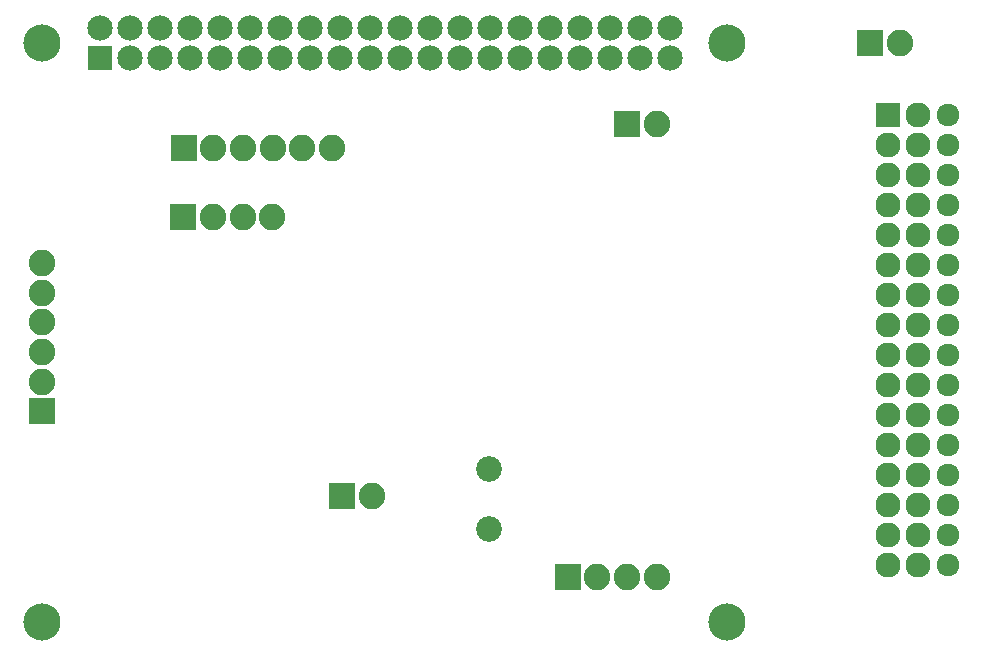
<source format=gbs>
G04 #@! TF.FileFunction,Soldermask,Bot*
%FSLAX46Y46*%
G04 Gerber Fmt 4.6, Leading zero omitted, Abs format (unit mm)*
G04 Created by KiCad (PCBNEW no-vcs-found-undefined) date Fri Oct 14 17:23:30 2016*
%MOMM*%
%LPD*%
G01*
G04 APERTURE LIST*
%ADD10C,0.100000*%
%ADD11C,3.150000*%
%ADD12C,2.150000*%
%ADD13R,2.150000X2.150000*%
%ADD14C,2.178000*%
%ADD15C,2.250000*%
%ADD16R,2.250000X2.250000*%
%ADD17C,1.924000*%
%ADD18O,2.127200X2.127200*%
%ADD19R,2.127200X2.127200*%
G04 APERTURE END LIST*
D10*
D11*
X168490000Y-126724000D03*
X110490000Y-126724000D03*
X168490000Y-77724000D03*
X110490000Y-77724000D03*
D12*
X163620000Y-76454000D03*
X163620000Y-78994000D03*
X161080000Y-76454000D03*
X161080000Y-78994000D03*
X158540000Y-76454000D03*
X158540000Y-78994000D03*
X156000000Y-76454000D03*
X156000000Y-78994000D03*
X153460000Y-76454000D03*
X153460000Y-78994000D03*
X145840000Y-76454000D03*
X145840000Y-78994000D03*
X140760000Y-76454000D03*
X140760000Y-78994000D03*
X138220000Y-76454000D03*
X138220000Y-78994000D03*
X135680000Y-76454000D03*
X135680000Y-78994000D03*
X133140000Y-76454000D03*
X133140000Y-78994000D03*
X130600000Y-76454000D03*
X130600000Y-78994000D03*
X128060000Y-76454000D03*
X128060000Y-78994000D03*
X125520000Y-76454000D03*
X125520000Y-78994000D03*
X122980000Y-76454000D03*
X122980000Y-78994000D03*
X120440000Y-76454000D03*
X120440000Y-78994000D03*
X117900000Y-76454000D03*
X117900000Y-78994000D03*
X115360000Y-76454000D03*
D13*
X115360000Y-78994000D03*
D12*
X143300000Y-78994000D03*
X143300000Y-76454000D03*
X150920000Y-76454000D03*
X150920000Y-78994000D03*
X148380000Y-76454000D03*
X148380000Y-78994000D03*
D14*
X148336000Y-113792000D03*
X148336000Y-118872000D03*
D15*
X162520000Y-84582000D03*
D16*
X160020000Y-84582000D03*
D15*
X135008000Y-86614000D03*
X132508000Y-86614000D03*
X130008000Y-86614000D03*
X127508000Y-86614000D03*
X125008000Y-86614000D03*
D16*
X122508000Y-86614000D03*
D15*
X129968000Y-92456000D03*
X127468000Y-92456000D03*
X124968000Y-92456000D03*
D16*
X122468000Y-92456000D03*
D15*
X110490000Y-96386000D03*
X110490000Y-98886000D03*
X110490000Y-101386000D03*
X110490000Y-103886000D03*
X110490000Y-106386000D03*
D16*
X110490000Y-108886000D03*
D15*
X162520000Y-122936000D03*
X160020000Y-122936000D03*
X157520000Y-122936000D03*
D16*
X155020000Y-122936000D03*
D15*
X138390000Y-116078000D03*
D16*
X135890000Y-116078000D03*
D17*
X187198000Y-121920000D03*
X187198000Y-119380000D03*
X187198000Y-116840000D03*
X187198000Y-114300000D03*
X187198000Y-111760000D03*
X187198000Y-109220000D03*
X187198000Y-106680000D03*
X187198000Y-104140000D03*
X187198000Y-101600000D03*
X187198000Y-99060000D03*
X187198000Y-96520000D03*
X187198000Y-93980000D03*
X187198000Y-91440000D03*
X187198000Y-88900000D03*
X187198000Y-86360000D03*
X187198000Y-83820000D03*
D18*
X184658000Y-121920000D03*
X182118000Y-121920000D03*
X184658000Y-119380000D03*
X182118000Y-119380000D03*
X184658000Y-116840000D03*
X182118000Y-116840000D03*
X184658000Y-114300000D03*
X182118000Y-114300000D03*
X184658000Y-111760000D03*
X182118000Y-111760000D03*
X184658000Y-109220000D03*
X182118000Y-109220000D03*
X184658000Y-106680000D03*
X182118000Y-106680000D03*
X184658000Y-104140000D03*
X182118000Y-104140000D03*
X184658000Y-101600000D03*
X182118000Y-101600000D03*
X184658000Y-99060000D03*
X182118000Y-99060000D03*
X184658000Y-96520000D03*
X182118000Y-96520000D03*
X184658000Y-93980000D03*
X182118000Y-93980000D03*
X184658000Y-91440000D03*
X182118000Y-91440000D03*
X184658000Y-88900000D03*
X182118000Y-88900000D03*
X184658000Y-86360000D03*
X182118000Y-86360000D03*
X184658000Y-83820000D03*
D19*
X182118000Y-83820000D03*
D16*
X180594000Y-77724000D03*
D15*
X183094000Y-77724000D03*
M02*

</source>
